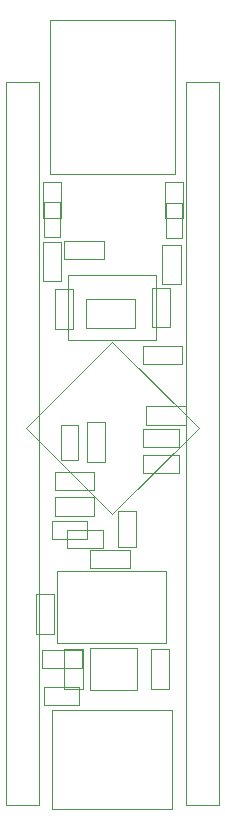
<source format=gbr>
%TF.GenerationSoftware,Altium Limited,Altium Designer,22.10.1 (41)*%
G04 Layer_Color=32768*
%FSLAX45Y45*%
%MOMM*%
%TF.SameCoordinates,F1D13F34-3715-448E-B12D-83C564530F5A*%
%TF.FilePolarity,Positive*%
%TF.FileFunction,Other,Mechanical_15*%
%TF.Part,Single*%
G01*
G75*
%TA.AperFunction,NonConductor*%
%ADD68C,0.05000*%
%ADD69C,0.05080*%
D68*
X3634998Y5189999D02*
Y5319999D01*
Y5609999D01*
Y5739999D01*
X4384998D01*
Y5609999D02*
Y5739999D01*
Y5319999D02*
Y5609999D01*
Y5189999D02*
Y5319999D01*
X3634998Y5189999D02*
X4384998D01*
X4224500Y2231000D02*
Y2581000D01*
X3824500D02*
X4224500D01*
X3824500Y2231000D02*
Y2581000D01*
Y2231000D02*
X4224500D01*
X4635200Y1258200D02*
X4918800D01*
X4635200D02*
Y7373800D01*
X4918800D01*
Y1258200D02*
Y7373800D01*
X3111200Y1258200D02*
X3394800D01*
X3111200D02*
Y7373800D01*
X3394800D01*
Y1258200D02*
Y7373800D01*
X3505700Y2062600D02*
X4520700D01*
Y1220600D02*
Y2062600D01*
X3505700Y1220600D02*
X4520700D01*
X3505700D02*
Y2062600D01*
X3482501Y7900500D02*
X4548501D01*
X3482501Y6593500D02*
Y7900500D01*
Y6593500D02*
X4548501D01*
Y7900500D01*
X3433998Y2104002D02*
X3735998D01*
Y2256002D01*
X3433998D02*
X3735998D01*
X3433998Y2104002D02*
Y2256002D01*
X4471698Y2624503D02*
Y3237503D01*
X3541698Y2624503D02*
X4471698D01*
X3541698D02*
Y3237503D01*
X4471698D01*
X3500500Y3504000D02*
X3802500D01*
Y3656000D01*
X3500500D02*
X3802500D01*
X3500500Y3504000D02*
Y3656000D01*
X3579499Y4469901D02*
X3726499D01*
Y4172900D02*
Y4469901D01*
X3579499Y4172900D02*
X3726499D01*
X3579499D02*
Y4469901D01*
X4273999Y4283998D02*
X4575998D01*
Y4435998D01*
X4273999D02*
X4575998D01*
X4273999Y4283998D02*
Y4435998D01*
X4275002Y4069000D02*
X4577002D01*
Y4221000D01*
X4275002D02*
X4577002D01*
X4275002Y4069000D02*
Y4221000D01*
X3794998Y5295002D02*
Y5535002D01*
X4204998D01*
X3794998Y5295002D02*
X4204998D01*
Y5535002D01*
X3580425Y6225246D02*
Y6527246D01*
X3428424D02*
X3580425D01*
X3428424Y6225246D02*
Y6527246D01*
Y6225246D02*
X3580425D01*
X4613500Y6225000D02*
Y6527000D01*
X4461500D02*
X4613500D01*
X4461500Y6225000D02*
Y6527000D01*
Y6225000D02*
X4613500D01*
X3439424Y6067249D02*
X3569425D01*
Y6362249D01*
X3439424D02*
X3569425D01*
X3439424Y6067249D02*
Y6362249D01*
X4471923Y6052250D02*
X4601923D01*
Y6347250D01*
X4471923D02*
X4601923D01*
X4471923Y6052250D02*
Y6347250D01*
X3283081Y4444247D02*
X4013523Y3713806D01*
Y5174689D02*
X4743964Y4444247D01*
X3283081D02*
X4013523Y5174689D01*
Y3713806D02*
X4743964Y4444247D01*
X3634002Y3586002D02*
X3936002D01*
Y3434002D02*
Y3586002D01*
X3634002Y3434002D02*
X3936002D01*
X3634002D02*
Y3586002D01*
X4059998Y3438002D02*
Y3740002D01*
X4211998D01*
Y3438002D02*
Y3740002D01*
X4059998Y3438002D02*
X4211998D01*
D69*
X4436702Y5662699D02*
Y5997299D01*
Y5662699D02*
X4593302D01*
Y5997299D01*
X4436702D02*
X4593302D01*
X3426501Y5688399D02*
Y6022999D01*
Y5688399D02*
X3583101D01*
Y6022999D01*
X3426501D02*
X3583101D01*
X3756600Y2414000D02*
Y2570600D01*
X3422000Y2414000D02*
X3756600D01*
X3422000D02*
Y2570600D01*
X3756600D01*
X3366700Y2702700D02*
X3523300D01*
X3366700D02*
Y3037300D01*
X3523300D01*
Y2702700D02*
Y3037300D01*
X4162266Y3256498D02*
Y3413098D01*
X3827666Y3256498D02*
X4162266D01*
X3827666D02*
Y3413098D01*
X4162266D01*
X3862300Y3704200D02*
Y3860800D01*
X3527700Y3704200D02*
X3862300D01*
X3527700D02*
Y3860800D01*
X3862300D01*
X3528401Y3916898D02*
Y4073498D01*
X3863001D01*
Y3916898D02*
Y4073498D01*
X3528401Y3916898D02*
X3863001D01*
X3797600Y4493401D02*
X3954200D01*
Y4158801D02*
Y4493401D01*
X3797600Y4158801D02*
X3954200D01*
X3797600D02*
Y4493401D01*
X4300199Y4474200D02*
Y4630800D01*
X4634799D01*
Y4474200D02*
Y4630800D01*
X4300199Y4474200D02*
X4634799D01*
X4607300Y4986700D02*
Y5143300D01*
X4272700Y4986700D02*
X4607300D01*
X4272700D02*
Y5143300D01*
X4607300D01*
X4346898Y5631600D02*
X4503498D01*
Y5297000D02*
Y5631600D01*
X4346898Y5297000D02*
X4503498D01*
X4346898D02*
Y5631600D01*
X3526899Y5621602D02*
X3683499D01*
Y5287002D02*
Y5621602D01*
X3526899Y5287002D02*
X3683499D01*
X3526899D02*
Y5621602D01*
X3941599Y5876503D02*
Y6033103D01*
X3606999Y5876503D02*
X3941599D01*
X3606999D02*
Y6033103D01*
X3941599D01*
X4339400Y2238400D02*
X4496000D01*
Y2573000D01*
X4339400D02*
X4496000D01*
X4339400Y2238400D02*
Y2573000D01*
X3606900Y2238400D02*
X3763500D01*
Y2573000D01*
X3606900D02*
X3763500D01*
X3606900Y2238400D02*
Y2573000D01*
%TF.MD5,8e6d6be792316162f275023e79bcdca0*%
M02*

</source>
